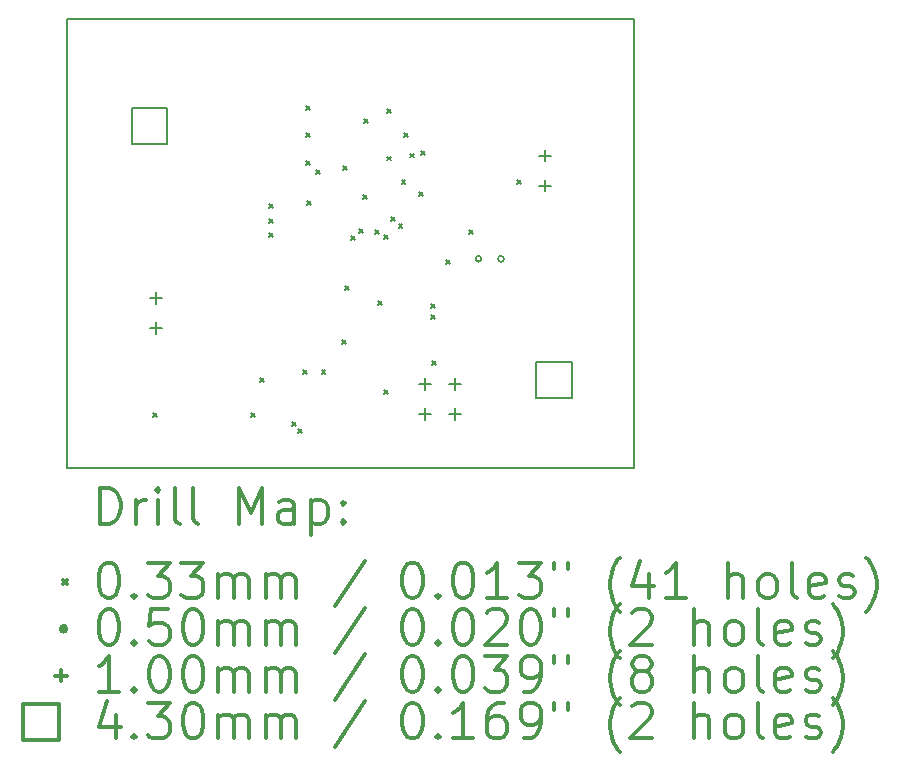
<source format=gbr>
%FSLAX45Y45*%
G04 Gerber Fmt 4.5, Leading zero omitted, Abs format (unit mm)*
G04 Created by KiCad (PCBNEW 5.0.0) date Wed Aug  8 08:48:32 2018*
%MOMM*%
%LPD*%
G01*
G04 APERTURE LIST*
%ADD10C,0.150000*%
%ADD11C,0.200000*%
%ADD12C,0.300000*%
G04 APERTURE END LIST*
D10*
X10100000Y-13800000D02*
X10100000Y-10000000D01*
X14900000Y-13800000D02*
X10100000Y-13800000D01*
X14900000Y-10000000D02*
X14900000Y-13800000D01*
X10100000Y-10000000D02*
X14900000Y-10000000D01*
D11*
X10828490Y-13340290D02*
X10861510Y-13373310D01*
X10861510Y-13340290D02*
X10828490Y-13373310D01*
X11653490Y-13340290D02*
X11686510Y-13373310D01*
X11686510Y-13340290D02*
X11653490Y-13373310D01*
X11728490Y-13040290D02*
X11761510Y-13073310D01*
X11761510Y-13040290D02*
X11728490Y-13073310D01*
X11803490Y-11565290D02*
X11836510Y-11598310D01*
X11836510Y-11565290D02*
X11803490Y-11598310D01*
X11803490Y-11696290D02*
X11836510Y-11729310D01*
X11836510Y-11696290D02*
X11803490Y-11729310D01*
X11803490Y-11816290D02*
X11836510Y-11849310D01*
X11836510Y-11816290D02*
X11803490Y-11849310D01*
X12003490Y-13415290D02*
X12036510Y-13448310D01*
X12036510Y-13415290D02*
X12003490Y-13448310D01*
X12053490Y-13473490D02*
X12086510Y-13506510D01*
X12086510Y-13473490D02*
X12053490Y-13506510D01*
X12095490Y-12975890D02*
X12128510Y-13008910D01*
X12128510Y-12975890D02*
X12095490Y-13008910D01*
X12118490Y-10735290D02*
X12151510Y-10768310D01*
X12151510Y-10735290D02*
X12118490Y-10768310D01*
X12123490Y-10963490D02*
X12156510Y-10996510D01*
X12156510Y-10963490D02*
X12123490Y-10996510D01*
X12123490Y-11203490D02*
X12156510Y-11236510D01*
X12156510Y-11203490D02*
X12123490Y-11236510D01*
X12128490Y-11540290D02*
X12161510Y-11573310D01*
X12161510Y-11540290D02*
X12128490Y-11573310D01*
X12203490Y-11283490D02*
X12236510Y-11316510D01*
X12236510Y-11283490D02*
X12203490Y-11316510D01*
X12251090Y-12975890D02*
X12284110Y-13008910D01*
X12284110Y-12975890D02*
X12251090Y-13008910D01*
X12428490Y-12715290D02*
X12461510Y-12748310D01*
X12461510Y-12715290D02*
X12428490Y-12748310D01*
X12433490Y-11242712D02*
X12466510Y-11275732D01*
X12466510Y-11242712D02*
X12433490Y-11275732D01*
X12453490Y-12265290D02*
X12486510Y-12298310D01*
X12486510Y-12265290D02*
X12453490Y-12298310D01*
X12503490Y-11840290D02*
X12536510Y-11873310D01*
X12536510Y-11840290D02*
X12503490Y-11873310D01*
X12568718Y-11778014D02*
X12601738Y-11811034D01*
X12601738Y-11778014D02*
X12568718Y-11811034D01*
X12603490Y-11490290D02*
X12636510Y-11523310D01*
X12636510Y-11490290D02*
X12603490Y-11523310D01*
X12608490Y-10850290D02*
X12641510Y-10883310D01*
X12641510Y-10850290D02*
X12608490Y-10883310D01*
X12703490Y-11790290D02*
X12736510Y-11823310D01*
X12736510Y-11790290D02*
X12703490Y-11823310D01*
X12728490Y-12390290D02*
X12761510Y-12423310D01*
X12761510Y-12390290D02*
X12728490Y-12423310D01*
X12778490Y-11830360D02*
X12811510Y-11863380D01*
X12811510Y-11830360D02*
X12778490Y-11863380D01*
X12778490Y-13140290D02*
X12811510Y-13173310D01*
X12811510Y-13140290D02*
X12778490Y-13173310D01*
X12803490Y-10765290D02*
X12836510Y-10798310D01*
X12836510Y-10765290D02*
X12803490Y-10798310D01*
X12803490Y-11165290D02*
X12836510Y-11198310D01*
X12836510Y-11165290D02*
X12803490Y-11198310D01*
X12840021Y-11675759D02*
X12873041Y-11708779D01*
X12873041Y-11675759D02*
X12840021Y-11708779D01*
X12903490Y-11740290D02*
X12936510Y-11773310D01*
X12936510Y-11740290D02*
X12903490Y-11773310D01*
X12928490Y-11365290D02*
X12961510Y-11398310D01*
X12961510Y-11365290D02*
X12928490Y-11398310D01*
X12953490Y-10965290D02*
X12986510Y-10998310D01*
X12986510Y-10965290D02*
X12953490Y-10998310D01*
X13003490Y-11140290D02*
X13036510Y-11173310D01*
X13036510Y-11140290D02*
X13003490Y-11173310D01*
X13078490Y-11465290D02*
X13111510Y-11498310D01*
X13111510Y-11465290D02*
X13078490Y-11498310D01*
X13096383Y-11116978D02*
X13129403Y-11149998D01*
X13129403Y-11116978D02*
X13096383Y-11149998D01*
X13178490Y-12415290D02*
X13211510Y-12448310D01*
X13211510Y-12415290D02*
X13178490Y-12448310D01*
X13178490Y-12506413D02*
X13211510Y-12539433D01*
X13211510Y-12506413D02*
X13178490Y-12539433D01*
X13183490Y-12895490D02*
X13216510Y-12928510D01*
X13216510Y-12895490D02*
X13183490Y-12928510D01*
X13303490Y-12040290D02*
X13336510Y-12073310D01*
X13336510Y-12040290D02*
X13303490Y-12073310D01*
X13503490Y-11790290D02*
X13536510Y-11823310D01*
X13536510Y-11790290D02*
X13503490Y-11823310D01*
X13903490Y-11365290D02*
X13936510Y-11398310D01*
X13936510Y-11365290D02*
X13903490Y-11398310D01*
X13605000Y-12031800D02*
G75*
G03X13605000Y-12031800I-25000J0D01*
G01*
X13795000Y-12031800D02*
G75*
G03X13795000Y-12031800I-25000J0D01*
G01*
X14145000Y-11106800D02*
X14145000Y-11206800D01*
X14095000Y-11156800D02*
X14195000Y-11156800D01*
X14145000Y-11360800D02*
X14145000Y-11460800D01*
X14095000Y-11410800D02*
X14195000Y-11410800D01*
X10853200Y-12313400D02*
X10853200Y-12413400D01*
X10803200Y-12363400D02*
X10903200Y-12363400D01*
X10853200Y-12567400D02*
X10853200Y-12667400D01*
X10803200Y-12617400D02*
X10903200Y-12617400D01*
X13128000Y-13044000D02*
X13128000Y-13144000D01*
X13078000Y-13094000D02*
X13178000Y-13094000D01*
X13128000Y-13298000D02*
X13128000Y-13398000D01*
X13078000Y-13348000D02*
X13178000Y-13348000D01*
X13382000Y-13044000D02*
X13382000Y-13144000D01*
X13332000Y-13094000D02*
X13432000Y-13094000D01*
X13382000Y-13298000D02*
X13382000Y-13398000D01*
X13332000Y-13348000D02*
X13432000Y-13348000D01*
X10947029Y-11058829D02*
X10947029Y-10754771D01*
X10642971Y-10754771D01*
X10642971Y-11058829D01*
X10947029Y-11058829D01*
X14372029Y-13208829D02*
X14372029Y-12904771D01*
X14067971Y-12904771D01*
X14067971Y-13208829D01*
X14372029Y-13208829D01*
D12*
X10378928Y-14273214D02*
X10378928Y-13973214D01*
X10450357Y-13973214D01*
X10493214Y-13987500D01*
X10521786Y-14016071D01*
X10536071Y-14044643D01*
X10550357Y-14101786D01*
X10550357Y-14144643D01*
X10536071Y-14201786D01*
X10521786Y-14230357D01*
X10493214Y-14258929D01*
X10450357Y-14273214D01*
X10378928Y-14273214D01*
X10678928Y-14273214D02*
X10678928Y-14073214D01*
X10678928Y-14130357D02*
X10693214Y-14101786D01*
X10707500Y-14087500D01*
X10736071Y-14073214D01*
X10764643Y-14073214D01*
X10864643Y-14273214D02*
X10864643Y-14073214D01*
X10864643Y-13973214D02*
X10850357Y-13987500D01*
X10864643Y-14001786D01*
X10878928Y-13987500D01*
X10864643Y-13973214D01*
X10864643Y-14001786D01*
X11050357Y-14273214D02*
X11021786Y-14258929D01*
X11007500Y-14230357D01*
X11007500Y-13973214D01*
X11207500Y-14273214D02*
X11178928Y-14258929D01*
X11164643Y-14230357D01*
X11164643Y-13973214D01*
X11550357Y-14273214D02*
X11550357Y-13973214D01*
X11650357Y-14187500D01*
X11750357Y-13973214D01*
X11750357Y-14273214D01*
X12021786Y-14273214D02*
X12021786Y-14116071D01*
X12007500Y-14087500D01*
X11978928Y-14073214D01*
X11921786Y-14073214D01*
X11893214Y-14087500D01*
X12021786Y-14258929D02*
X11993214Y-14273214D01*
X11921786Y-14273214D01*
X11893214Y-14258929D01*
X11878928Y-14230357D01*
X11878928Y-14201786D01*
X11893214Y-14173214D01*
X11921786Y-14158929D01*
X11993214Y-14158929D01*
X12021786Y-14144643D01*
X12164643Y-14073214D02*
X12164643Y-14373214D01*
X12164643Y-14087500D02*
X12193214Y-14073214D01*
X12250357Y-14073214D01*
X12278928Y-14087500D01*
X12293214Y-14101786D01*
X12307500Y-14130357D01*
X12307500Y-14216071D01*
X12293214Y-14244643D01*
X12278928Y-14258929D01*
X12250357Y-14273214D01*
X12193214Y-14273214D01*
X12164643Y-14258929D01*
X12436071Y-14244643D02*
X12450357Y-14258929D01*
X12436071Y-14273214D01*
X12421786Y-14258929D01*
X12436071Y-14244643D01*
X12436071Y-14273214D01*
X12436071Y-14087500D02*
X12450357Y-14101786D01*
X12436071Y-14116071D01*
X12421786Y-14101786D01*
X12436071Y-14087500D01*
X12436071Y-14116071D01*
X10059480Y-14750990D02*
X10092500Y-14784010D01*
X10092500Y-14750990D02*
X10059480Y-14784010D01*
X10436071Y-14603214D02*
X10464643Y-14603214D01*
X10493214Y-14617500D01*
X10507500Y-14631786D01*
X10521786Y-14660357D01*
X10536071Y-14717500D01*
X10536071Y-14788929D01*
X10521786Y-14846071D01*
X10507500Y-14874643D01*
X10493214Y-14888929D01*
X10464643Y-14903214D01*
X10436071Y-14903214D01*
X10407500Y-14888929D01*
X10393214Y-14874643D01*
X10378928Y-14846071D01*
X10364643Y-14788929D01*
X10364643Y-14717500D01*
X10378928Y-14660357D01*
X10393214Y-14631786D01*
X10407500Y-14617500D01*
X10436071Y-14603214D01*
X10664643Y-14874643D02*
X10678928Y-14888929D01*
X10664643Y-14903214D01*
X10650357Y-14888929D01*
X10664643Y-14874643D01*
X10664643Y-14903214D01*
X10778928Y-14603214D02*
X10964643Y-14603214D01*
X10864643Y-14717500D01*
X10907500Y-14717500D01*
X10936071Y-14731786D01*
X10950357Y-14746071D01*
X10964643Y-14774643D01*
X10964643Y-14846071D01*
X10950357Y-14874643D01*
X10936071Y-14888929D01*
X10907500Y-14903214D01*
X10821786Y-14903214D01*
X10793214Y-14888929D01*
X10778928Y-14874643D01*
X11064643Y-14603214D02*
X11250357Y-14603214D01*
X11150357Y-14717500D01*
X11193214Y-14717500D01*
X11221786Y-14731786D01*
X11236071Y-14746071D01*
X11250357Y-14774643D01*
X11250357Y-14846071D01*
X11236071Y-14874643D01*
X11221786Y-14888929D01*
X11193214Y-14903214D01*
X11107500Y-14903214D01*
X11078928Y-14888929D01*
X11064643Y-14874643D01*
X11378928Y-14903214D02*
X11378928Y-14703214D01*
X11378928Y-14731786D02*
X11393214Y-14717500D01*
X11421786Y-14703214D01*
X11464643Y-14703214D01*
X11493214Y-14717500D01*
X11507500Y-14746071D01*
X11507500Y-14903214D01*
X11507500Y-14746071D02*
X11521786Y-14717500D01*
X11550357Y-14703214D01*
X11593214Y-14703214D01*
X11621786Y-14717500D01*
X11636071Y-14746071D01*
X11636071Y-14903214D01*
X11778928Y-14903214D02*
X11778928Y-14703214D01*
X11778928Y-14731786D02*
X11793214Y-14717500D01*
X11821786Y-14703214D01*
X11864643Y-14703214D01*
X11893214Y-14717500D01*
X11907500Y-14746071D01*
X11907500Y-14903214D01*
X11907500Y-14746071D02*
X11921786Y-14717500D01*
X11950357Y-14703214D01*
X11993214Y-14703214D01*
X12021786Y-14717500D01*
X12036071Y-14746071D01*
X12036071Y-14903214D01*
X12621786Y-14588929D02*
X12364643Y-14974643D01*
X13007500Y-14603214D02*
X13036071Y-14603214D01*
X13064643Y-14617500D01*
X13078928Y-14631786D01*
X13093214Y-14660357D01*
X13107500Y-14717500D01*
X13107500Y-14788929D01*
X13093214Y-14846071D01*
X13078928Y-14874643D01*
X13064643Y-14888929D01*
X13036071Y-14903214D01*
X13007500Y-14903214D01*
X12978928Y-14888929D01*
X12964643Y-14874643D01*
X12950357Y-14846071D01*
X12936071Y-14788929D01*
X12936071Y-14717500D01*
X12950357Y-14660357D01*
X12964643Y-14631786D01*
X12978928Y-14617500D01*
X13007500Y-14603214D01*
X13236071Y-14874643D02*
X13250357Y-14888929D01*
X13236071Y-14903214D01*
X13221786Y-14888929D01*
X13236071Y-14874643D01*
X13236071Y-14903214D01*
X13436071Y-14603214D02*
X13464643Y-14603214D01*
X13493214Y-14617500D01*
X13507500Y-14631786D01*
X13521786Y-14660357D01*
X13536071Y-14717500D01*
X13536071Y-14788929D01*
X13521786Y-14846071D01*
X13507500Y-14874643D01*
X13493214Y-14888929D01*
X13464643Y-14903214D01*
X13436071Y-14903214D01*
X13407500Y-14888929D01*
X13393214Y-14874643D01*
X13378928Y-14846071D01*
X13364643Y-14788929D01*
X13364643Y-14717500D01*
X13378928Y-14660357D01*
X13393214Y-14631786D01*
X13407500Y-14617500D01*
X13436071Y-14603214D01*
X13821786Y-14903214D02*
X13650357Y-14903214D01*
X13736071Y-14903214D02*
X13736071Y-14603214D01*
X13707500Y-14646071D01*
X13678928Y-14674643D01*
X13650357Y-14688929D01*
X13921786Y-14603214D02*
X14107500Y-14603214D01*
X14007500Y-14717500D01*
X14050357Y-14717500D01*
X14078928Y-14731786D01*
X14093214Y-14746071D01*
X14107500Y-14774643D01*
X14107500Y-14846071D01*
X14093214Y-14874643D01*
X14078928Y-14888929D01*
X14050357Y-14903214D01*
X13964643Y-14903214D01*
X13936071Y-14888929D01*
X13921786Y-14874643D01*
X14221786Y-14603214D02*
X14221786Y-14660357D01*
X14336071Y-14603214D02*
X14336071Y-14660357D01*
X14778928Y-15017500D02*
X14764643Y-15003214D01*
X14736071Y-14960357D01*
X14721786Y-14931786D01*
X14707500Y-14888929D01*
X14693214Y-14817500D01*
X14693214Y-14760357D01*
X14707500Y-14688929D01*
X14721786Y-14646071D01*
X14736071Y-14617500D01*
X14764643Y-14574643D01*
X14778928Y-14560357D01*
X15021786Y-14703214D02*
X15021786Y-14903214D01*
X14950357Y-14588929D02*
X14878928Y-14803214D01*
X15064643Y-14803214D01*
X15336071Y-14903214D02*
X15164643Y-14903214D01*
X15250357Y-14903214D02*
X15250357Y-14603214D01*
X15221786Y-14646071D01*
X15193214Y-14674643D01*
X15164643Y-14688929D01*
X15693214Y-14903214D02*
X15693214Y-14603214D01*
X15821786Y-14903214D02*
X15821786Y-14746071D01*
X15807500Y-14717500D01*
X15778928Y-14703214D01*
X15736071Y-14703214D01*
X15707500Y-14717500D01*
X15693214Y-14731786D01*
X16007500Y-14903214D02*
X15978928Y-14888929D01*
X15964643Y-14874643D01*
X15950357Y-14846071D01*
X15950357Y-14760357D01*
X15964643Y-14731786D01*
X15978928Y-14717500D01*
X16007500Y-14703214D01*
X16050357Y-14703214D01*
X16078928Y-14717500D01*
X16093214Y-14731786D01*
X16107500Y-14760357D01*
X16107500Y-14846071D01*
X16093214Y-14874643D01*
X16078928Y-14888929D01*
X16050357Y-14903214D01*
X16007500Y-14903214D01*
X16278928Y-14903214D02*
X16250357Y-14888929D01*
X16236071Y-14860357D01*
X16236071Y-14603214D01*
X16507500Y-14888929D02*
X16478928Y-14903214D01*
X16421786Y-14903214D01*
X16393214Y-14888929D01*
X16378928Y-14860357D01*
X16378928Y-14746071D01*
X16393214Y-14717500D01*
X16421786Y-14703214D01*
X16478928Y-14703214D01*
X16507500Y-14717500D01*
X16521786Y-14746071D01*
X16521786Y-14774643D01*
X16378928Y-14803214D01*
X16636071Y-14888929D02*
X16664643Y-14903214D01*
X16721786Y-14903214D01*
X16750357Y-14888929D01*
X16764643Y-14860357D01*
X16764643Y-14846071D01*
X16750357Y-14817500D01*
X16721786Y-14803214D01*
X16678928Y-14803214D01*
X16650357Y-14788929D01*
X16636071Y-14760357D01*
X16636071Y-14746071D01*
X16650357Y-14717500D01*
X16678928Y-14703214D01*
X16721786Y-14703214D01*
X16750357Y-14717500D01*
X16864643Y-15017500D02*
X16878928Y-15003214D01*
X16907500Y-14960357D01*
X16921786Y-14931786D01*
X16936071Y-14888929D01*
X16950357Y-14817500D01*
X16950357Y-14760357D01*
X16936071Y-14688929D01*
X16921786Y-14646071D01*
X16907500Y-14617500D01*
X16878928Y-14574643D01*
X16864643Y-14560357D01*
X10092500Y-15163500D02*
G75*
G03X10092500Y-15163500I-25000J0D01*
G01*
X10436071Y-14999214D02*
X10464643Y-14999214D01*
X10493214Y-15013500D01*
X10507500Y-15027786D01*
X10521786Y-15056357D01*
X10536071Y-15113500D01*
X10536071Y-15184929D01*
X10521786Y-15242071D01*
X10507500Y-15270643D01*
X10493214Y-15284929D01*
X10464643Y-15299214D01*
X10436071Y-15299214D01*
X10407500Y-15284929D01*
X10393214Y-15270643D01*
X10378928Y-15242071D01*
X10364643Y-15184929D01*
X10364643Y-15113500D01*
X10378928Y-15056357D01*
X10393214Y-15027786D01*
X10407500Y-15013500D01*
X10436071Y-14999214D01*
X10664643Y-15270643D02*
X10678928Y-15284929D01*
X10664643Y-15299214D01*
X10650357Y-15284929D01*
X10664643Y-15270643D01*
X10664643Y-15299214D01*
X10950357Y-14999214D02*
X10807500Y-14999214D01*
X10793214Y-15142071D01*
X10807500Y-15127786D01*
X10836071Y-15113500D01*
X10907500Y-15113500D01*
X10936071Y-15127786D01*
X10950357Y-15142071D01*
X10964643Y-15170643D01*
X10964643Y-15242071D01*
X10950357Y-15270643D01*
X10936071Y-15284929D01*
X10907500Y-15299214D01*
X10836071Y-15299214D01*
X10807500Y-15284929D01*
X10793214Y-15270643D01*
X11150357Y-14999214D02*
X11178928Y-14999214D01*
X11207500Y-15013500D01*
X11221786Y-15027786D01*
X11236071Y-15056357D01*
X11250357Y-15113500D01*
X11250357Y-15184929D01*
X11236071Y-15242071D01*
X11221786Y-15270643D01*
X11207500Y-15284929D01*
X11178928Y-15299214D01*
X11150357Y-15299214D01*
X11121786Y-15284929D01*
X11107500Y-15270643D01*
X11093214Y-15242071D01*
X11078928Y-15184929D01*
X11078928Y-15113500D01*
X11093214Y-15056357D01*
X11107500Y-15027786D01*
X11121786Y-15013500D01*
X11150357Y-14999214D01*
X11378928Y-15299214D02*
X11378928Y-15099214D01*
X11378928Y-15127786D02*
X11393214Y-15113500D01*
X11421786Y-15099214D01*
X11464643Y-15099214D01*
X11493214Y-15113500D01*
X11507500Y-15142071D01*
X11507500Y-15299214D01*
X11507500Y-15142071D02*
X11521786Y-15113500D01*
X11550357Y-15099214D01*
X11593214Y-15099214D01*
X11621786Y-15113500D01*
X11636071Y-15142071D01*
X11636071Y-15299214D01*
X11778928Y-15299214D02*
X11778928Y-15099214D01*
X11778928Y-15127786D02*
X11793214Y-15113500D01*
X11821786Y-15099214D01*
X11864643Y-15099214D01*
X11893214Y-15113500D01*
X11907500Y-15142071D01*
X11907500Y-15299214D01*
X11907500Y-15142071D02*
X11921786Y-15113500D01*
X11950357Y-15099214D01*
X11993214Y-15099214D01*
X12021786Y-15113500D01*
X12036071Y-15142071D01*
X12036071Y-15299214D01*
X12621786Y-14984929D02*
X12364643Y-15370643D01*
X13007500Y-14999214D02*
X13036071Y-14999214D01*
X13064643Y-15013500D01*
X13078928Y-15027786D01*
X13093214Y-15056357D01*
X13107500Y-15113500D01*
X13107500Y-15184929D01*
X13093214Y-15242071D01*
X13078928Y-15270643D01*
X13064643Y-15284929D01*
X13036071Y-15299214D01*
X13007500Y-15299214D01*
X12978928Y-15284929D01*
X12964643Y-15270643D01*
X12950357Y-15242071D01*
X12936071Y-15184929D01*
X12936071Y-15113500D01*
X12950357Y-15056357D01*
X12964643Y-15027786D01*
X12978928Y-15013500D01*
X13007500Y-14999214D01*
X13236071Y-15270643D02*
X13250357Y-15284929D01*
X13236071Y-15299214D01*
X13221786Y-15284929D01*
X13236071Y-15270643D01*
X13236071Y-15299214D01*
X13436071Y-14999214D02*
X13464643Y-14999214D01*
X13493214Y-15013500D01*
X13507500Y-15027786D01*
X13521786Y-15056357D01*
X13536071Y-15113500D01*
X13536071Y-15184929D01*
X13521786Y-15242071D01*
X13507500Y-15270643D01*
X13493214Y-15284929D01*
X13464643Y-15299214D01*
X13436071Y-15299214D01*
X13407500Y-15284929D01*
X13393214Y-15270643D01*
X13378928Y-15242071D01*
X13364643Y-15184929D01*
X13364643Y-15113500D01*
X13378928Y-15056357D01*
X13393214Y-15027786D01*
X13407500Y-15013500D01*
X13436071Y-14999214D01*
X13650357Y-15027786D02*
X13664643Y-15013500D01*
X13693214Y-14999214D01*
X13764643Y-14999214D01*
X13793214Y-15013500D01*
X13807500Y-15027786D01*
X13821786Y-15056357D01*
X13821786Y-15084929D01*
X13807500Y-15127786D01*
X13636071Y-15299214D01*
X13821786Y-15299214D01*
X14007500Y-14999214D02*
X14036071Y-14999214D01*
X14064643Y-15013500D01*
X14078928Y-15027786D01*
X14093214Y-15056357D01*
X14107500Y-15113500D01*
X14107500Y-15184929D01*
X14093214Y-15242071D01*
X14078928Y-15270643D01*
X14064643Y-15284929D01*
X14036071Y-15299214D01*
X14007500Y-15299214D01*
X13978928Y-15284929D01*
X13964643Y-15270643D01*
X13950357Y-15242071D01*
X13936071Y-15184929D01*
X13936071Y-15113500D01*
X13950357Y-15056357D01*
X13964643Y-15027786D01*
X13978928Y-15013500D01*
X14007500Y-14999214D01*
X14221786Y-14999214D02*
X14221786Y-15056357D01*
X14336071Y-14999214D02*
X14336071Y-15056357D01*
X14778928Y-15413500D02*
X14764643Y-15399214D01*
X14736071Y-15356357D01*
X14721786Y-15327786D01*
X14707500Y-15284929D01*
X14693214Y-15213500D01*
X14693214Y-15156357D01*
X14707500Y-15084929D01*
X14721786Y-15042071D01*
X14736071Y-15013500D01*
X14764643Y-14970643D01*
X14778928Y-14956357D01*
X14878928Y-15027786D02*
X14893214Y-15013500D01*
X14921786Y-14999214D01*
X14993214Y-14999214D01*
X15021786Y-15013500D01*
X15036071Y-15027786D01*
X15050357Y-15056357D01*
X15050357Y-15084929D01*
X15036071Y-15127786D01*
X14864643Y-15299214D01*
X15050357Y-15299214D01*
X15407500Y-15299214D02*
X15407500Y-14999214D01*
X15536071Y-15299214D02*
X15536071Y-15142071D01*
X15521786Y-15113500D01*
X15493214Y-15099214D01*
X15450357Y-15099214D01*
X15421786Y-15113500D01*
X15407500Y-15127786D01*
X15721786Y-15299214D02*
X15693214Y-15284929D01*
X15678928Y-15270643D01*
X15664643Y-15242071D01*
X15664643Y-15156357D01*
X15678928Y-15127786D01*
X15693214Y-15113500D01*
X15721786Y-15099214D01*
X15764643Y-15099214D01*
X15793214Y-15113500D01*
X15807500Y-15127786D01*
X15821786Y-15156357D01*
X15821786Y-15242071D01*
X15807500Y-15270643D01*
X15793214Y-15284929D01*
X15764643Y-15299214D01*
X15721786Y-15299214D01*
X15993214Y-15299214D02*
X15964643Y-15284929D01*
X15950357Y-15256357D01*
X15950357Y-14999214D01*
X16221786Y-15284929D02*
X16193214Y-15299214D01*
X16136071Y-15299214D01*
X16107500Y-15284929D01*
X16093214Y-15256357D01*
X16093214Y-15142071D01*
X16107500Y-15113500D01*
X16136071Y-15099214D01*
X16193214Y-15099214D01*
X16221786Y-15113500D01*
X16236071Y-15142071D01*
X16236071Y-15170643D01*
X16093214Y-15199214D01*
X16350357Y-15284929D02*
X16378928Y-15299214D01*
X16436071Y-15299214D01*
X16464643Y-15284929D01*
X16478928Y-15256357D01*
X16478928Y-15242071D01*
X16464643Y-15213500D01*
X16436071Y-15199214D01*
X16393214Y-15199214D01*
X16364643Y-15184929D01*
X16350357Y-15156357D01*
X16350357Y-15142071D01*
X16364643Y-15113500D01*
X16393214Y-15099214D01*
X16436071Y-15099214D01*
X16464643Y-15113500D01*
X16578928Y-15413500D02*
X16593214Y-15399214D01*
X16621786Y-15356357D01*
X16636071Y-15327786D01*
X16650357Y-15284929D01*
X16664643Y-15213500D01*
X16664643Y-15156357D01*
X16650357Y-15084929D01*
X16636071Y-15042071D01*
X16621786Y-15013500D01*
X16593214Y-14970643D01*
X16578928Y-14956357D01*
X10042500Y-15509500D02*
X10042500Y-15609500D01*
X9992500Y-15559500D02*
X10092500Y-15559500D01*
X10536071Y-15695214D02*
X10364643Y-15695214D01*
X10450357Y-15695214D02*
X10450357Y-15395214D01*
X10421786Y-15438071D01*
X10393214Y-15466643D01*
X10364643Y-15480929D01*
X10664643Y-15666643D02*
X10678928Y-15680929D01*
X10664643Y-15695214D01*
X10650357Y-15680929D01*
X10664643Y-15666643D01*
X10664643Y-15695214D01*
X10864643Y-15395214D02*
X10893214Y-15395214D01*
X10921786Y-15409500D01*
X10936071Y-15423786D01*
X10950357Y-15452357D01*
X10964643Y-15509500D01*
X10964643Y-15580929D01*
X10950357Y-15638071D01*
X10936071Y-15666643D01*
X10921786Y-15680929D01*
X10893214Y-15695214D01*
X10864643Y-15695214D01*
X10836071Y-15680929D01*
X10821786Y-15666643D01*
X10807500Y-15638071D01*
X10793214Y-15580929D01*
X10793214Y-15509500D01*
X10807500Y-15452357D01*
X10821786Y-15423786D01*
X10836071Y-15409500D01*
X10864643Y-15395214D01*
X11150357Y-15395214D02*
X11178928Y-15395214D01*
X11207500Y-15409500D01*
X11221786Y-15423786D01*
X11236071Y-15452357D01*
X11250357Y-15509500D01*
X11250357Y-15580929D01*
X11236071Y-15638071D01*
X11221786Y-15666643D01*
X11207500Y-15680929D01*
X11178928Y-15695214D01*
X11150357Y-15695214D01*
X11121786Y-15680929D01*
X11107500Y-15666643D01*
X11093214Y-15638071D01*
X11078928Y-15580929D01*
X11078928Y-15509500D01*
X11093214Y-15452357D01*
X11107500Y-15423786D01*
X11121786Y-15409500D01*
X11150357Y-15395214D01*
X11378928Y-15695214D02*
X11378928Y-15495214D01*
X11378928Y-15523786D02*
X11393214Y-15509500D01*
X11421786Y-15495214D01*
X11464643Y-15495214D01*
X11493214Y-15509500D01*
X11507500Y-15538071D01*
X11507500Y-15695214D01*
X11507500Y-15538071D02*
X11521786Y-15509500D01*
X11550357Y-15495214D01*
X11593214Y-15495214D01*
X11621786Y-15509500D01*
X11636071Y-15538071D01*
X11636071Y-15695214D01*
X11778928Y-15695214D02*
X11778928Y-15495214D01*
X11778928Y-15523786D02*
X11793214Y-15509500D01*
X11821786Y-15495214D01*
X11864643Y-15495214D01*
X11893214Y-15509500D01*
X11907500Y-15538071D01*
X11907500Y-15695214D01*
X11907500Y-15538071D02*
X11921786Y-15509500D01*
X11950357Y-15495214D01*
X11993214Y-15495214D01*
X12021786Y-15509500D01*
X12036071Y-15538071D01*
X12036071Y-15695214D01*
X12621786Y-15380929D02*
X12364643Y-15766643D01*
X13007500Y-15395214D02*
X13036071Y-15395214D01*
X13064643Y-15409500D01*
X13078928Y-15423786D01*
X13093214Y-15452357D01*
X13107500Y-15509500D01*
X13107500Y-15580929D01*
X13093214Y-15638071D01*
X13078928Y-15666643D01*
X13064643Y-15680929D01*
X13036071Y-15695214D01*
X13007500Y-15695214D01*
X12978928Y-15680929D01*
X12964643Y-15666643D01*
X12950357Y-15638071D01*
X12936071Y-15580929D01*
X12936071Y-15509500D01*
X12950357Y-15452357D01*
X12964643Y-15423786D01*
X12978928Y-15409500D01*
X13007500Y-15395214D01*
X13236071Y-15666643D02*
X13250357Y-15680929D01*
X13236071Y-15695214D01*
X13221786Y-15680929D01*
X13236071Y-15666643D01*
X13236071Y-15695214D01*
X13436071Y-15395214D02*
X13464643Y-15395214D01*
X13493214Y-15409500D01*
X13507500Y-15423786D01*
X13521786Y-15452357D01*
X13536071Y-15509500D01*
X13536071Y-15580929D01*
X13521786Y-15638071D01*
X13507500Y-15666643D01*
X13493214Y-15680929D01*
X13464643Y-15695214D01*
X13436071Y-15695214D01*
X13407500Y-15680929D01*
X13393214Y-15666643D01*
X13378928Y-15638071D01*
X13364643Y-15580929D01*
X13364643Y-15509500D01*
X13378928Y-15452357D01*
X13393214Y-15423786D01*
X13407500Y-15409500D01*
X13436071Y-15395214D01*
X13636071Y-15395214D02*
X13821786Y-15395214D01*
X13721786Y-15509500D01*
X13764643Y-15509500D01*
X13793214Y-15523786D01*
X13807500Y-15538071D01*
X13821786Y-15566643D01*
X13821786Y-15638071D01*
X13807500Y-15666643D01*
X13793214Y-15680929D01*
X13764643Y-15695214D01*
X13678928Y-15695214D01*
X13650357Y-15680929D01*
X13636071Y-15666643D01*
X13964643Y-15695214D02*
X14021786Y-15695214D01*
X14050357Y-15680929D01*
X14064643Y-15666643D01*
X14093214Y-15623786D01*
X14107500Y-15566643D01*
X14107500Y-15452357D01*
X14093214Y-15423786D01*
X14078928Y-15409500D01*
X14050357Y-15395214D01*
X13993214Y-15395214D01*
X13964643Y-15409500D01*
X13950357Y-15423786D01*
X13936071Y-15452357D01*
X13936071Y-15523786D01*
X13950357Y-15552357D01*
X13964643Y-15566643D01*
X13993214Y-15580929D01*
X14050357Y-15580929D01*
X14078928Y-15566643D01*
X14093214Y-15552357D01*
X14107500Y-15523786D01*
X14221786Y-15395214D02*
X14221786Y-15452357D01*
X14336071Y-15395214D02*
X14336071Y-15452357D01*
X14778928Y-15809500D02*
X14764643Y-15795214D01*
X14736071Y-15752357D01*
X14721786Y-15723786D01*
X14707500Y-15680929D01*
X14693214Y-15609500D01*
X14693214Y-15552357D01*
X14707500Y-15480929D01*
X14721786Y-15438071D01*
X14736071Y-15409500D01*
X14764643Y-15366643D01*
X14778928Y-15352357D01*
X14936071Y-15523786D02*
X14907500Y-15509500D01*
X14893214Y-15495214D01*
X14878928Y-15466643D01*
X14878928Y-15452357D01*
X14893214Y-15423786D01*
X14907500Y-15409500D01*
X14936071Y-15395214D01*
X14993214Y-15395214D01*
X15021786Y-15409500D01*
X15036071Y-15423786D01*
X15050357Y-15452357D01*
X15050357Y-15466643D01*
X15036071Y-15495214D01*
X15021786Y-15509500D01*
X14993214Y-15523786D01*
X14936071Y-15523786D01*
X14907500Y-15538071D01*
X14893214Y-15552357D01*
X14878928Y-15580929D01*
X14878928Y-15638071D01*
X14893214Y-15666643D01*
X14907500Y-15680929D01*
X14936071Y-15695214D01*
X14993214Y-15695214D01*
X15021786Y-15680929D01*
X15036071Y-15666643D01*
X15050357Y-15638071D01*
X15050357Y-15580929D01*
X15036071Y-15552357D01*
X15021786Y-15538071D01*
X14993214Y-15523786D01*
X15407500Y-15695214D02*
X15407500Y-15395214D01*
X15536071Y-15695214D02*
X15536071Y-15538071D01*
X15521786Y-15509500D01*
X15493214Y-15495214D01*
X15450357Y-15495214D01*
X15421786Y-15509500D01*
X15407500Y-15523786D01*
X15721786Y-15695214D02*
X15693214Y-15680929D01*
X15678928Y-15666643D01*
X15664643Y-15638071D01*
X15664643Y-15552357D01*
X15678928Y-15523786D01*
X15693214Y-15509500D01*
X15721786Y-15495214D01*
X15764643Y-15495214D01*
X15793214Y-15509500D01*
X15807500Y-15523786D01*
X15821786Y-15552357D01*
X15821786Y-15638071D01*
X15807500Y-15666643D01*
X15793214Y-15680929D01*
X15764643Y-15695214D01*
X15721786Y-15695214D01*
X15993214Y-15695214D02*
X15964643Y-15680929D01*
X15950357Y-15652357D01*
X15950357Y-15395214D01*
X16221786Y-15680929D02*
X16193214Y-15695214D01*
X16136071Y-15695214D01*
X16107500Y-15680929D01*
X16093214Y-15652357D01*
X16093214Y-15538071D01*
X16107500Y-15509500D01*
X16136071Y-15495214D01*
X16193214Y-15495214D01*
X16221786Y-15509500D01*
X16236071Y-15538071D01*
X16236071Y-15566643D01*
X16093214Y-15595214D01*
X16350357Y-15680929D02*
X16378928Y-15695214D01*
X16436071Y-15695214D01*
X16464643Y-15680929D01*
X16478928Y-15652357D01*
X16478928Y-15638071D01*
X16464643Y-15609500D01*
X16436071Y-15595214D01*
X16393214Y-15595214D01*
X16364643Y-15580929D01*
X16350357Y-15552357D01*
X16350357Y-15538071D01*
X16364643Y-15509500D01*
X16393214Y-15495214D01*
X16436071Y-15495214D01*
X16464643Y-15509500D01*
X16578928Y-15809500D02*
X16593214Y-15795214D01*
X16621786Y-15752357D01*
X16636071Y-15723786D01*
X16650357Y-15680929D01*
X16664643Y-15609500D01*
X16664643Y-15552357D01*
X16650357Y-15480929D01*
X16636071Y-15438071D01*
X16621786Y-15409500D01*
X16593214Y-15366643D01*
X16578928Y-15352357D01*
X10029529Y-16107529D02*
X10029529Y-15803471D01*
X9725471Y-15803471D01*
X9725471Y-16107529D01*
X10029529Y-16107529D01*
X10507500Y-15891214D02*
X10507500Y-16091214D01*
X10436071Y-15776929D02*
X10364643Y-15991214D01*
X10550357Y-15991214D01*
X10664643Y-16062643D02*
X10678928Y-16076929D01*
X10664643Y-16091214D01*
X10650357Y-16076929D01*
X10664643Y-16062643D01*
X10664643Y-16091214D01*
X10778928Y-15791214D02*
X10964643Y-15791214D01*
X10864643Y-15905500D01*
X10907500Y-15905500D01*
X10936071Y-15919786D01*
X10950357Y-15934071D01*
X10964643Y-15962643D01*
X10964643Y-16034071D01*
X10950357Y-16062643D01*
X10936071Y-16076929D01*
X10907500Y-16091214D01*
X10821786Y-16091214D01*
X10793214Y-16076929D01*
X10778928Y-16062643D01*
X11150357Y-15791214D02*
X11178928Y-15791214D01*
X11207500Y-15805500D01*
X11221786Y-15819786D01*
X11236071Y-15848357D01*
X11250357Y-15905500D01*
X11250357Y-15976929D01*
X11236071Y-16034071D01*
X11221786Y-16062643D01*
X11207500Y-16076929D01*
X11178928Y-16091214D01*
X11150357Y-16091214D01*
X11121786Y-16076929D01*
X11107500Y-16062643D01*
X11093214Y-16034071D01*
X11078928Y-15976929D01*
X11078928Y-15905500D01*
X11093214Y-15848357D01*
X11107500Y-15819786D01*
X11121786Y-15805500D01*
X11150357Y-15791214D01*
X11378928Y-16091214D02*
X11378928Y-15891214D01*
X11378928Y-15919786D02*
X11393214Y-15905500D01*
X11421786Y-15891214D01*
X11464643Y-15891214D01*
X11493214Y-15905500D01*
X11507500Y-15934071D01*
X11507500Y-16091214D01*
X11507500Y-15934071D02*
X11521786Y-15905500D01*
X11550357Y-15891214D01*
X11593214Y-15891214D01*
X11621786Y-15905500D01*
X11636071Y-15934071D01*
X11636071Y-16091214D01*
X11778928Y-16091214D02*
X11778928Y-15891214D01*
X11778928Y-15919786D02*
X11793214Y-15905500D01*
X11821786Y-15891214D01*
X11864643Y-15891214D01*
X11893214Y-15905500D01*
X11907500Y-15934071D01*
X11907500Y-16091214D01*
X11907500Y-15934071D02*
X11921786Y-15905500D01*
X11950357Y-15891214D01*
X11993214Y-15891214D01*
X12021786Y-15905500D01*
X12036071Y-15934071D01*
X12036071Y-16091214D01*
X12621786Y-15776929D02*
X12364643Y-16162643D01*
X13007500Y-15791214D02*
X13036071Y-15791214D01*
X13064643Y-15805500D01*
X13078928Y-15819786D01*
X13093214Y-15848357D01*
X13107500Y-15905500D01*
X13107500Y-15976929D01*
X13093214Y-16034071D01*
X13078928Y-16062643D01*
X13064643Y-16076929D01*
X13036071Y-16091214D01*
X13007500Y-16091214D01*
X12978928Y-16076929D01*
X12964643Y-16062643D01*
X12950357Y-16034071D01*
X12936071Y-15976929D01*
X12936071Y-15905500D01*
X12950357Y-15848357D01*
X12964643Y-15819786D01*
X12978928Y-15805500D01*
X13007500Y-15791214D01*
X13236071Y-16062643D02*
X13250357Y-16076929D01*
X13236071Y-16091214D01*
X13221786Y-16076929D01*
X13236071Y-16062643D01*
X13236071Y-16091214D01*
X13536071Y-16091214D02*
X13364643Y-16091214D01*
X13450357Y-16091214D02*
X13450357Y-15791214D01*
X13421786Y-15834071D01*
X13393214Y-15862643D01*
X13364643Y-15876929D01*
X13793214Y-15791214D02*
X13736071Y-15791214D01*
X13707500Y-15805500D01*
X13693214Y-15819786D01*
X13664643Y-15862643D01*
X13650357Y-15919786D01*
X13650357Y-16034071D01*
X13664643Y-16062643D01*
X13678928Y-16076929D01*
X13707500Y-16091214D01*
X13764643Y-16091214D01*
X13793214Y-16076929D01*
X13807500Y-16062643D01*
X13821786Y-16034071D01*
X13821786Y-15962643D01*
X13807500Y-15934071D01*
X13793214Y-15919786D01*
X13764643Y-15905500D01*
X13707500Y-15905500D01*
X13678928Y-15919786D01*
X13664643Y-15934071D01*
X13650357Y-15962643D01*
X13964643Y-16091214D02*
X14021786Y-16091214D01*
X14050357Y-16076929D01*
X14064643Y-16062643D01*
X14093214Y-16019786D01*
X14107500Y-15962643D01*
X14107500Y-15848357D01*
X14093214Y-15819786D01*
X14078928Y-15805500D01*
X14050357Y-15791214D01*
X13993214Y-15791214D01*
X13964643Y-15805500D01*
X13950357Y-15819786D01*
X13936071Y-15848357D01*
X13936071Y-15919786D01*
X13950357Y-15948357D01*
X13964643Y-15962643D01*
X13993214Y-15976929D01*
X14050357Y-15976929D01*
X14078928Y-15962643D01*
X14093214Y-15948357D01*
X14107500Y-15919786D01*
X14221786Y-15791214D02*
X14221786Y-15848357D01*
X14336071Y-15791214D02*
X14336071Y-15848357D01*
X14778928Y-16205500D02*
X14764643Y-16191214D01*
X14736071Y-16148357D01*
X14721786Y-16119786D01*
X14707500Y-16076929D01*
X14693214Y-16005500D01*
X14693214Y-15948357D01*
X14707500Y-15876929D01*
X14721786Y-15834071D01*
X14736071Y-15805500D01*
X14764643Y-15762643D01*
X14778928Y-15748357D01*
X14878928Y-15819786D02*
X14893214Y-15805500D01*
X14921786Y-15791214D01*
X14993214Y-15791214D01*
X15021786Y-15805500D01*
X15036071Y-15819786D01*
X15050357Y-15848357D01*
X15050357Y-15876929D01*
X15036071Y-15919786D01*
X14864643Y-16091214D01*
X15050357Y-16091214D01*
X15407500Y-16091214D02*
X15407500Y-15791214D01*
X15536071Y-16091214D02*
X15536071Y-15934071D01*
X15521786Y-15905500D01*
X15493214Y-15891214D01*
X15450357Y-15891214D01*
X15421786Y-15905500D01*
X15407500Y-15919786D01*
X15721786Y-16091214D02*
X15693214Y-16076929D01*
X15678928Y-16062643D01*
X15664643Y-16034071D01*
X15664643Y-15948357D01*
X15678928Y-15919786D01*
X15693214Y-15905500D01*
X15721786Y-15891214D01*
X15764643Y-15891214D01*
X15793214Y-15905500D01*
X15807500Y-15919786D01*
X15821786Y-15948357D01*
X15821786Y-16034071D01*
X15807500Y-16062643D01*
X15793214Y-16076929D01*
X15764643Y-16091214D01*
X15721786Y-16091214D01*
X15993214Y-16091214D02*
X15964643Y-16076929D01*
X15950357Y-16048357D01*
X15950357Y-15791214D01*
X16221786Y-16076929D02*
X16193214Y-16091214D01*
X16136071Y-16091214D01*
X16107500Y-16076929D01*
X16093214Y-16048357D01*
X16093214Y-15934071D01*
X16107500Y-15905500D01*
X16136071Y-15891214D01*
X16193214Y-15891214D01*
X16221786Y-15905500D01*
X16236071Y-15934071D01*
X16236071Y-15962643D01*
X16093214Y-15991214D01*
X16350357Y-16076929D02*
X16378928Y-16091214D01*
X16436071Y-16091214D01*
X16464643Y-16076929D01*
X16478928Y-16048357D01*
X16478928Y-16034071D01*
X16464643Y-16005500D01*
X16436071Y-15991214D01*
X16393214Y-15991214D01*
X16364643Y-15976929D01*
X16350357Y-15948357D01*
X16350357Y-15934071D01*
X16364643Y-15905500D01*
X16393214Y-15891214D01*
X16436071Y-15891214D01*
X16464643Y-15905500D01*
X16578928Y-16205500D02*
X16593214Y-16191214D01*
X16621786Y-16148357D01*
X16636071Y-16119786D01*
X16650357Y-16076929D01*
X16664643Y-16005500D01*
X16664643Y-15948357D01*
X16650357Y-15876929D01*
X16636071Y-15834071D01*
X16621786Y-15805500D01*
X16593214Y-15762643D01*
X16578928Y-15748357D01*
M02*

</source>
